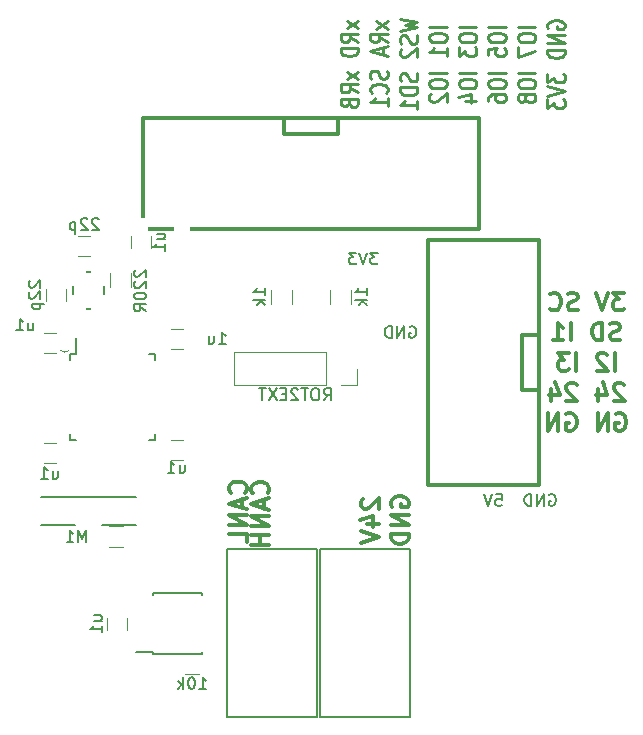
<source format=gbr>
G04 #@! TF.FileFunction,Legend,Bot*
%FSLAX46Y46*%
G04 Gerber Fmt 4.6, Leading zero omitted, Abs format (unit mm)*
G04 Created by KiCad (PCBNEW 4.0.5) date 03/20/17 17:49:22*
%MOMM*%
%LPD*%
G01*
G04 APERTURE LIST*
%ADD10C,0.100000*%
%ADD11C,0.250000*%
%ADD12C,0.300000*%
%ADD13C,0.304800*%
%ADD14C,0.299720*%
%ADD15C,0.120000*%
%ADD16C,0.150000*%
%ADD17C,1.397000*%
%ADD18O,1.500000X2.000000*%
%ADD19R,1.500000X2.000000*%
%ADD20O,2.000000X1.500000*%
%ADD21R,2.000000X1.500000*%
%ADD22R,1.500000X1.250000*%
%ADD23R,1.250000X1.500000*%
%ADD24R,1.500000X1.300000*%
%ADD25R,1.300000X1.500000*%
%ADD26C,1.600000*%
%ADD27C,3.000000*%
%ADD28R,0.300000X2.000000*%
%ADD29R,2.000000X0.300000*%
%ADD30R,2.200000X0.600000*%
%ADD31O,1.501140X1.998980*%
%ADD32C,3.500120*%
%ADD33C,0.950000*%
%ADD34O,1.000000X2.200000*%
%ADD35R,1.200000X2.000000*%
%ADD36O,2.200000X1.000000*%
%ADD37R,1.700000X1.700000*%
%ADD38O,1.700000X1.700000*%
%ADD39R,3.000000X3.000000*%
G04 APERTURE END LIST*
D10*
D11*
X154020571Y-65684857D02*
X153020571Y-66313428D01*
X153020571Y-65684857D02*
X154020571Y-66313428D01*
X154020571Y-67456286D02*
X153306286Y-67056286D01*
X154020571Y-66770571D02*
X152520571Y-66770571D01*
X152520571Y-67227714D01*
X152592000Y-67342000D01*
X152663429Y-67399143D01*
X152806286Y-67456286D01*
X153020571Y-67456286D01*
X153163429Y-67399143D01*
X153234857Y-67342000D01*
X153306286Y-67227714D01*
X153306286Y-66770571D01*
X154020571Y-67970571D02*
X152520571Y-67970571D01*
X152520571Y-68256286D01*
X152592000Y-68427714D01*
X152734857Y-68542000D01*
X152877714Y-68599143D01*
X153163429Y-68656286D01*
X153377714Y-68656286D01*
X153663429Y-68599143D01*
X153806286Y-68542000D01*
X153949143Y-68427714D01*
X154020571Y-68256286D01*
X154020571Y-67970571D01*
X154020571Y-69970572D02*
X153020571Y-70599143D01*
X153020571Y-69970572D02*
X154020571Y-70599143D01*
X154020571Y-71742001D02*
X153306286Y-71342001D01*
X154020571Y-71056286D02*
X152520571Y-71056286D01*
X152520571Y-71513429D01*
X152592000Y-71627715D01*
X152663429Y-71684858D01*
X152806286Y-71742001D01*
X153020571Y-71742001D01*
X153163429Y-71684858D01*
X153234857Y-71627715D01*
X153306286Y-71513429D01*
X153306286Y-71056286D01*
X153234857Y-72656286D02*
X153306286Y-72827715D01*
X153377714Y-72884858D01*
X153520571Y-72942001D01*
X153734857Y-72942001D01*
X153877714Y-72884858D01*
X153949143Y-72827715D01*
X154020571Y-72713429D01*
X154020571Y-72256286D01*
X152520571Y-72256286D01*
X152520571Y-72656286D01*
X152592000Y-72770572D01*
X152663429Y-72827715D01*
X152806286Y-72884858D01*
X152949143Y-72884858D01*
X153092000Y-72827715D01*
X153163429Y-72770572D01*
X153234857Y-72656286D01*
X153234857Y-72256286D01*
X156520571Y-65713429D02*
X155520571Y-66342000D01*
X155520571Y-65713429D02*
X156520571Y-66342000D01*
X156520571Y-67484858D02*
X155806286Y-67084858D01*
X156520571Y-66799143D02*
X155020571Y-66799143D01*
X155020571Y-67256286D01*
X155092000Y-67370572D01*
X155163429Y-67427715D01*
X155306286Y-67484858D01*
X155520571Y-67484858D01*
X155663429Y-67427715D01*
X155734857Y-67370572D01*
X155806286Y-67256286D01*
X155806286Y-66799143D01*
X156092000Y-67942000D02*
X156092000Y-68513429D01*
X156520571Y-67827715D02*
X155020571Y-68227715D01*
X156520571Y-68627715D01*
X156449143Y-69884857D02*
X156520571Y-70056286D01*
X156520571Y-70342000D01*
X156449143Y-70456286D01*
X156377714Y-70513429D01*
X156234857Y-70570572D01*
X156092000Y-70570572D01*
X155949143Y-70513429D01*
X155877714Y-70456286D01*
X155806286Y-70342000D01*
X155734857Y-70113429D01*
X155663429Y-69999143D01*
X155592000Y-69942000D01*
X155449143Y-69884857D01*
X155306286Y-69884857D01*
X155163429Y-69942000D01*
X155092000Y-69999143D01*
X155020571Y-70113429D01*
X155020571Y-70399143D01*
X155092000Y-70570572D01*
X156377714Y-71770572D02*
X156449143Y-71713429D01*
X156520571Y-71542000D01*
X156520571Y-71427714D01*
X156449143Y-71256286D01*
X156306286Y-71142000D01*
X156163429Y-71084857D01*
X155877714Y-71027714D01*
X155663429Y-71027714D01*
X155377714Y-71084857D01*
X155234857Y-71142000D01*
X155092000Y-71256286D01*
X155020571Y-71427714D01*
X155020571Y-71542000D01*
X155092000Y-71713429D01*
X155163429Y-71770572D01*
X156520571Y-72913429D02*
X156520571Y-72227714D01*
X156520571Y-72570572D02*
X155020571Y-72570572D01*
X155234857Y-72456286D01*
X155377714Y-72342000D01*
X155449143Y-72227714D01*
X157520571Y-65484858D02*
X159020571Y-65770572D01*
X157949143Y-65999143D01*
X159020571Y-66227715D01*
X157520571Y-66513429D01*
X158949143Y-66913429D02*
X159020571Y-67084858D01*
X159020571Y-67370572D01*
X158949143Y-67484858D01*
X158877714Y-67542001D01*
X158734857Y-67599144D01*
X158592000Y-67599144D01*
X158449143Y-67542001D01*
X158377714Y-67484858D01*
X158306286Y-67370572D01*
X158234857Y-67142001D01*
X158163429Y-67027715D01*
X158092000Y-66970572D01*
X157949143Y-66913429D01*
X157806286Y-66913429D01*
X157663429Y-66970572D01*
X157592000Y-67027715D01*
X157520571Y-67142001D01*
X157520571Y-67427715D01*
X157592000Y-67599144D01*
X157663429Y-68056286D02*
X157592000Y-68113429D01*
X157520571Y-68227715D01*
X157520571Y-68513429D01*
X157592000Y-68627715D01*
X157663429Y-68684858D01*
X157806286Y-68742001D01*
X157949143Y-68742001D01*
X158163429Y-68684858D01*
X159020571Y-67999144D01*
X159020571Y-68742001D01*
X158949143Y-70113429D02*
X159020571Y-70284858D01*
X159020571Y-70570572D01*
X158949143Y-70684858D01*
X158877714Y-70742001D01*
X158734857Y-70799144D01*
X158592000Y-70799144D01*
X158449143Y-70742001D01*
X158377714Y-70684858D01*
X158306286Y-70570572D01*
X158234857Y-70342001D01*
X158163429Y-70227715D01*
X158092000Y-70170572D01*
X157949143Y-70113429D01*
X157806286Y-70113429D01*
X157663429Y-70170572D01*
X157592000Y-70227715D01*
X157520571Y-70342001D01*
X157520571Y-70627715D01*
X157592000Y-70799144D01*
X159020571Y-71313429D02*
X157520571Y-71313429D01*
X157520571Y-71599144D01*
X157592000Y-71770572D01*
X157734857Y-71884858D01*
X157877714Y-71942001D01*
X158163429Y-71999144D01*
X158377714Y-71999144D01*
X158663429Y-71942001D01*
X158806286Y-71884858D01*
X158949143Y-71770572D01*
X159020571Y-71599144D01*
X159020571Y-71313429D01*
X159020571Y-73142001D02*
X159020571Y-72456286D01*
X159020571Y-72799144D02*
X157520571Y-72799144D01*
X157734857Y-72684858D01*
X157877714Y-72570572D01*
X157949143Y-72456286D01*
X161520571Y-66199142D02*
X160020571Y-66199142D01*
X160020571Y-66999143D02*
X160020571Y-67227714D01*
X160092000Y-67342000D01*
X160234857Y-67456286D01*
X160520571Y-67513428D01*
X161020571Y-67513428D01*
X161306286Y-67456286D01*
X161449143Y-67342000D01*
X161520571Y-67227714D01*
X161520571Y-66999143D01*
X161449143Y-66884857D01*
X161306286Y-66770571D01*
X161020571Y-66713428D01*
X160520571Y-66713428D01*
X160234857Y-66770571D01*
X160092000Y-66884857D01*
X160020571Y-66999143D01*
X161520571Y-68656286D02*
X161520571Y-67970571D01*
X161520571Y-68313429D02*
X160020571Y-68313429D01*
X160234857Y-68199143D01*
X160377714Y-68084857D01*
X160449143Y-67970571D01*
X161520571Y-70084857D02*
X160020571Y-70084857D01*
X160020571Y-70884858D02*
X160020571Y-71113429D01*
X160092000Y-71227715D01*
X160234857Y-71342001D01*
X160520571Y-71399143D01*
X161020571Y-71399143D01*
X161306286Y-71342001D01*
X161449143Y-71227715D01*
X161520571Y-71113429D01*
X161520571Y-70884858D01*
X161449143Y-70770572D01*
X161306286Y-70656286D01*
X161020571Y-70599143D01*
X160520571Y-70599143D01*
X160234857Y-70656286D01*
X160092000Y-70770572D01*
X160020571Y-70884858D01*
X160163429Y-71856286D02*
X160092000Y-71913429D01*
X160020571Y-72027715D01*
X160020571Y-72313429D01*
X160092000Y-72427715D01*
X160163429Y-72484858D01*
X160306286Y-72542001D01*
X160449143Y-72542001D01*
X160663429Y-72484858D01*
X161520571Y-71799144D01*
X161520571Y-72542001D01*
X164020571Y-66199142D02*
X162520571Y-66199142D01*
X162520571Y-66999143D02*
X162520571Y-67227714D01*
X162592000Y-67342000D01*
X162734857Y-67456286D01*
X163020571Y-67513428D01*
X163520571Y-67513428D01*
X163806286Y-67456286D01*
X163949143Y-67342000D01*
X164020571Y-67227714D01*
X164020571Y-66999143D01*
X163949143Y-66884857D01*
X163806286Y-66770571D01*
X163520571Y-66713428D01*
X163020571Y-66713428D01*
X162734857Y-66770571D01*
X162592000Y-66884857D01*
X162520571Y-66999143D01*
X162520571Y-67913429D02*
X162520571Y-68656286D01*
X163092000Y-68256286D01*
X163092000Y-68427714D01*
X163163429Y-68542000D01*
X163234857Y-68599143D01*
X163377714Y-68656286D01*
X163734857Y-68656286D01*
X163877714Y-68599143D01*
X163949143Y-68542000D01*
X164020571Y-68427714D01*
X164020571Y-68084857D01*
X163949143Y-67970571D01*
X163877714Y-67913429D01*
X164020571Y-70084857D02*
X162520571Y-70084857D01*
X162520571Y-70884858D02*
X162520571Y-71113429D01*
X162592000Y-71227715D01*
X162734857Y-71342001D01*
X163020571Y-71399143D01*
X163520571Y-71399143D01*
X163806286Y-71342001D01*
X163949143Y-71227715D01*
X164020571Y-71113429D01*
X164020571Y-70884858D01*
X163949143Y-70770572D01*
X163806286Y-70656286D01*
X163520571Y-70599143D01*
X163020571Y-70599143D01*
X162734857Y-70656286D01*
X162592000Y-70770572D01*
X162520571Y-70884858D01*
X163020571Y-72427715D02*
X164020571Y-72427715D01*
X162449143Y-72142001D02*
X163520571Y-71856286D01*
X163520571Y-72599144D01*
X166520571Y-66199142D02*
X165020571Y-66199142D01*
X165020571Y-66999143D02*
X165020571Y-67227714D01*
X165092000Y-67342000D01*
X165234857Y-67456286D01*
X165520571Y-67513428D01*
X166020571Y-67513428D01*
X166306286Y-67456286D01*
X166449143Y-67342000D01*
X166520571Y-67227714D01*
X166520571Y-66999143D01*
X166449143Y-66884857D01*
X166306286Y-66770571D01*
X166020571Y-66713428D01*
X165520571Y-66713428D01*
X165234857Y-66770571D01*
X165092000Y-66884857D01*
X165020571Y-66999143D01*
X165020571Y-68599143D02*
X165020571Y-68027714D01*
X165734857Y-67970571D01*
X165663429Y-68027714D01*
X165592000Y-68142000D01*
X165592000Y-68427714D01*
X165663429Y-68542000D01*
X165734857Y-68599143D01*
X165877714Y-68656286D01*
X166234857Y-68656286D01*
X166377714Y-68599143D01*
X166449143Y-68542000D01*
X166520571Y-68427714D01*
X166520571Y-68142000D01*
X166449143Y-68027714D01*
X166377714Y-67970571D01*
X166520571Y-70084857D02*
X165020571Y-70084857D01*
X165020571Y-70884858D02*
X165020571Y-71113429D01*
X165092000Y-71227715D01*
X165234857Y-71342001D01*
X165520571Y-71399143D01*
X166020571Y-71399143D01*
X166306286Y-71342001D01*
X166449143Y-71227715D01*
X166520571Y-71113429D01*
X166520571Y-70884858D01*
X166449143Y-70770572D01*
X166306286Y-70656286D01*
X166020571Y-70599143D01*
X165520571Y-70599143D01*
X165234857Y-70656286D01*
X165092000Y-70770572D01*
X165020571Y-70884858D01*
X165020571Y-72427715D02*
X165020571Y-72199144D01*
X165092000Y-72084858D01*
X165163429Y-72027715D01*
X165377714Y-71913429D01*
X165663429Y-71856286D01*
X166234857Y-71856286D01*
X166377714Y-71913429D01*
X166449143Y-71970572D01*
X166520571Y-72084858D01*
X166520571Y-72313429D01*
X166449143Y-72427715D01*
X166377714Y-72484858D01*
X166234857Y-72542001D01*
X165877714Y-72542001D01*
X165734857Y-72484858D01*
X165663429Y-72427715D01*
X165592000Y-72313429D01*
X165592000Y-72084858D01*
X165663429Y-71970572D01*
X165734857Y-71913429D01*
X165877714Y-71856286D01*
X169020571Y-66199142D02*
X167520571Y-66199142D01*
X167520571Y-66999143D02*
X167520571Y-67227714D01*
X167592000Y-67342000D01*
X167734857Y-67456286D01*
X168020571Y-67513428D01*
X168520571Y-67513428D01*
X168806286Y-67456286D01*
X168949143Y-67342000D01*
X169020571Y-67227714D01*
X169020571Y-66999143D01*
X168949143Y-66884857D01*
X168806286Y-66770571D01*
X168520571Y-66713428D01*
X168020571Y-66713428D01*
X167734857Y-66770571D01*
X167592000Y-66884857D01*
X167520571Y-66999143D01*
X167520571Y-67913429D02*
X167520571Y-68713429D01*
X169020571Y-68199143D01*
X169020571Y-70084857D02*
X167520571Y-70084857D01*
X167520571Y-70884858D02*
X167520571Y-71113429D01*
X167592000Y-71227715D01*
X167734857Y-71342001D01*
X168020571Y-71399143D01*
X168520571Y-71399143D01*
X168806286Y-71342001D01*
X168949143Y-71227715D01*
X169020571Y-71113429D01*
X169020571Y-70884858D01*
X168949143Y-70770572D01*
X168806286Y-70656286D01*
X168520571Y-70599143D01*
X168020571Y-70599143D01*
X167734857Y-70656286D01*
X167592000Y-70770572D01*
X167520571Y-70884858D01*
X168163429Y-72084858D02*
X168092000Y-71970572D01*
X168020571Y-71913429D01*
X167877714Y-71856286D01*
X167806286Y-71856286D01*
X167663429Y-71913429D01*
X167592000Y-71970572D01*
X167520571Y-72084858D01*
X167520571Y-72313429D01*
X167592000Y-72427715D01*
X167663429Y-72484858D01*
X167806286Y-72542001D01*
X167877714Y-72542001D01*
X168020571Y-72484858D01*
X168092000Y-72427715D01*
X168163429Y-72313429D01*
X168163429Y-72084858D01*
X168234857Y-71970572D01*
X168306286Y-71913429D01*
X168449143Y-71856286D01*
X168734857Y-71856286D01*
X168877714Y-71913429D01*
X168949143Y-71970572D01*
X169020571Y-72084858D01*
X169020571Y-72313429D01*
X168949143Y-72427715D01*
X168877714Y-72484858D01*
X168734857Y-72542001D01*
X168449143Y-72542001D01*
X168306286Y-72484858D01*
X168234857Y-72427715D01*
X168163429Y-72313429D01*
X170092000Y-66313429D02*
X170020571Y-66199143D01*
X170020571Y-66027714D01*
X170092000Y-65856286D01*
X170234857Y-65742000D01*
X170377714Y-65684857D01*
X170663429Y-65627714D01*
X170877714Y-65627714D01*
X171163429Y-65684857D01*
X171306286Y-65742000D01*
X171449143Y-65856286D01*
X171520571Y-66027714D01*
X171520571Y-66142000D01*
X171449143Y-66313429D01*
X171377714Y-66370572D01*
X170877714Y-66370572D01*
X170877714Y-66142000D01*
X171520571Y-66884857D02*
X170020571Y-66884857D01*
X171520571Y-67570572D01*
X170020571Y-67570572D01*
X171520571Y-68142000D02*
X170020571Y-68142000D01*
X170020571Y-68427715D01*
X170092000Y-68599143D01*
X170234857Y-68713429D01*
X170377714Y-68770572D01*
X170663429Y-68827715D01*
X170877714Y-68827715D01*
X171163429Y-68770572D01*
X171306286Y-68713429D01*
X171449143Y-68599143D01*
X171520571Y-68427715D01*
X171520571Y-68142000D01*
X170020571Y-70142001D02*
X170020571Y-70884858D01*
X170592000Y-70484858D01*
X170592000Y-70656286D01*
X170663429Y-70770572D01*
X170734857Y-70827715D01*
X170877714Y-70884858D01*
X171234857Y-70884858D01*
X171377714Y-70827715D01*
X171449143Y-70770572D01*
X171520571Y-70656286D01*
X171520571Y-70313429D01*
X171449143Y-70199143D01*
X171377714Y-70142001D01*
X170020571Y-71227715D02*
X171520571Y-71627715D01*
X170020571Y-72027715D01*
X170020571Y-72313429D02*
X170020571Y-73056286D01*
X170592000Y-72656286D01*
X170592000Y-72827714D01*
X170663429Y-72942000D01*
X170734857Y-72999143D01*
X170877714Y-73056286D01*
X171234857Y-73056286D01*
X171377714Y-72999143D01*
X171449143Y-72942000D01*
X171520571Y-72827714D01*
X171520571Y-72484857D01*
X171449143Y-72370571D01*
X171377714Y-72313429D01*
D12*
X176533570Y-88693571D02*
X175604999Y-88693571D01*
X176104999Y-89265000D01*
X175890713Y-89265000D01*
X175747856Y-89336429D01*
X175676427Y-89407857D01*
X175604999Y-89550714D01*
X175604999Y-89907857D01*
X175676427Y-90050714D01*
X175747856Y-90122143D01*
X175890713Y-90193571D01*
X176319285Y-90193571D01*
X176462142Y-90122143D01*
X176533570Y-90050714D01*
X175176428Y-88693571D02*
X174676428Y-90193571D01*
X174176428Y-88693571D01*
X172605000Y-90122143D02*
X172390714Y-90193571D01*
X172033571Y-90193571D01*
X171890714Y-90122143D01*
X171819285Y-90050714D01*
X171747857Y-89907857D01*
X171747857Y-89765000D01*
X171819285Y-89622143D01*
X171890714Y-89550714D01*
X172033571Y-89479286D01*
X172319285Y-89407857D01*
X172462143Y-89336429D01*
X172533571Y-89265000D01*
X172605000Y-89122143D01*
X172605000Y-88979286D01*
X172533571Y-88836429D01*
X172462143Y-88765000D01*
X172319285Y-88693571D01*
X171962143Y-88693571D01*
X171747857Y-88765000D01*
X170247857Y-90050714D02*
X170319286Y-90122143D01*
X170533572Y-90193571D01*
X170676429Y-90193571D01*
X170890714Y-90122143D01*
X171033572Y-89979286D01*
X171105000Y-89836429D01*
X171176429Y-89550714D01*
X171176429Y-89336429D01*
X171105000Y-89050714D01*
X171033572Y-88907857D01*
X170890714Y-88765000D01*
X170676429Y-88693571D01*
X170533572Y-88693571D01*
X170319286Y-88765000D01*
X170247857Y-88836429D01*
X176176428Y-92672143D02*
X175962142Y-92743571D01*
X175604999Y-92743571D01*
X175462142Y-92672143D01*
X175390713Y-92600714D01*
X175319285Y-92457857D01*
X175319285Y-92315000D01*
X175390713Y-92172143D01*
X175462142Y-92100714D01*
X175604999Y-92029286D01*
X175890713Y-91957857D01*
X176033571Y-91886429D01*
X176104999Y-91815000D01*
X176176428Y-91672143D01*
X176176428Y-91529286D01*
X176104999Y-91386429D01*
X176033571Y-91315000D01*
X175890713Y-91243571D01*
X175533571Y-91243571D01*
X175319285Y-91315000D01*
X174676428Y-92743571D02*
X174676428Y-91243571D01*
X174319285Y-91243571D01*
X174105000Y-91315000D01*
X173962142Y-91457857D01*
X173890714Y-91600714D01*
X173819285Y-91886429D01*
X173819285Y-92100714D01*
X173890714Y-92386429D01*
X173962142Y-92529286D01*
X174105000Y-92672143D01*
X174319285Y-92743571D01*
X174676428Y-92743571D01*
X172033571Y-92743571D02*
X172033571Y-91243571D01*
X170533571Y-92743571D02*
X171390714Y-92743571D01*
X170962142Y-92743571D02*
X170962142Y-91243571D01*
X171104999Y-91457857D01*
X171247857Y-91600714D01*
X171390714Y-91672143D01*
X175712142Y-95293571D02*
X175712142Y-93793571D01*
X175069285Y-93936429D02*
X174997856Y-93865000D01*
X174854999Y-93793571D01*
X174497856Y-93793571D01*
X174354999Y-93865000D01*
X174283570Y-93936429D01*
X174212142Y-94079286D01*
X174212142Y-94222143D01*
X174283570Y-94436429D01*
X175140713Y-95293571D01*
X174212142Y-95293571D01*
X172426428Y-95293571D02*
X172426428Y-93793571D01*
X171854999Y-93793571D02*
X170926428Y-93793571D01*
X171426428Y-94365000D01*
X171212142Y-94365000D01*
X171069285Y-94436429D01*
X170997856Y-94507857D01*
X170926428Y-94650714D01*
X170926428Y-95007857D01*
X170997856Y-95150714D01*
X171069285Y-95222143D01*
X171212142Y-95293571D01*
X171640714Y-95293571D01*
X171783571Y-95222143D01*
X171854999Y-95150714D01*
X176497856Y-96486429D02*
X176426427Y-96415000D01*
X176283570Y-96343571D01*
X175926427Y-96343571D01*
X175783570Y-96415000D01*
X175712141Y-96486429D01*
X175640713Y-96629286D01*
X175640713Y-96772143D01*
X175712141Y-96986429D01*
X176569284Y-97843571D01*
X175640713Y-97843571D01*
X174354999Y-96843571D02*
X174354999Y-97843571D01*
X174712142Y-96272143D02*
X175069285Y-97343571D01*
X174140713Y-97343571D01*
X172497857Y-96486429D02*
X172426428Y-96415000D01*
X172283571Y-96343571D01*
X171926428Y-96343571D01*
X171783571Y-96415000D01*
X171712142Y-96486429D01*
X171640714Y-96629286D01*
X171640714Y-96772143D01*
X171712142Y-96986429D01*
X172569285Y-97843571D01*
X171640714Y-97843571D01*
X170355000Y-96843571D02*
X170355000Y-97843571D01*
X170712143Y-96272143D02*
X171069286Y-97343571D01*
X170140714Y-97343571D01*
X175855000Y-98965000D02*
X175997857Y-98893571D01*
X176212143Y-98893571D01*
X176426428Y-98965000D01*
X176569286Y-99107857D01*
X176640714Y-99250714D01*
X176712143Y-99536429D01*
X176712143Y-99750714D01*
X176640714Y-100036429D01*
X176569286Y-100179286D01*
X176426428Y-100322143D01*
X176212143Y-100393571D01*
X176069286Y-100393571D01*
X175855000Y-100322143D01*
X175783571Y-100250714D01*
X175783571Y-99750714D01*
X176069286Y-99750714D01*
X175140714Y-100393571D02*
X175140714Y-98893571D01*
X174283571Y-100393571D01*
X174283571Y-98893571D01*
X171640714Y-98965000D02*
X171783571Y-98893571D01*
X171997857Y-98893571D01*
X172212142Y-98965000D01*
X172355000Y-99107857D01*
X172426428Y-99250714D01*
X172497857Y-99536429D01*
X172497857Y-99750714D01*
X172426428Y-100036429D01*
X172355000Y-100179286D01*
X172212142Y-100322143D01*
X171997857Y-100393571D01*
X171855000Y-100393571D01*
X171640714Y-100322143D01*
X171569285Y-100250714D01*
X171569285Y-99750714D01*
X171855000Y-99750714D01*
X170926428Y-100393571D02*
X170926428Y-98893571D01*
X170069285Y-100393571D01*
X170069285Y-98893571D01*
X146331714Y-105692000D02*
X146403143Y-105620571D01*
X146474571Y-105406285D01*
X146474571Y-105263428D01*
X146403143Y-105049143D01*
X146260286Y-104906285D01*
X146117429Y-104834857D01*
X145831714Y-104763428D01*
X145617429Y-104763428D01*
X145331714Y-104834857D01*
X145188857Y-104906285D01*
X145046000Y-105049143D01*
X144974571Y-105263428D01*
X144974571Y-105406285D01*
X145046000Y-105620571D01*
X145117429Y-105692000D01*
X146046000Y-106263428D02*
X146046000Y-106977714D01*
X146474571Y-106120571D02*
X144974571Y-106620571D01*
X146474571Y-107120571D01*
X146474571Y-107620571D02*
X144974571Y-107620571D01*
X146474571Y-108477714D01*
X144974571Y-108477714D01*
X146474571Y-109192000D02*
X144974571Y-109192000D01*
X145688857Y-109192000D02*
X145688857Y-110049143D01*
X146474571Y-110049143D02*
X144974571Y-110049143D01*
X144426714Y-105616572D02*
X144498143Y-105545143D01*
X144569571Y-105330857D01*
X144569571Y-105188000D01*
X144498143Y-104973715D01*
X144355286Y-104830857D01*
X144212429Y-104759429D01*
X143926714Y-104688000D01*
X143712429Y-104688000D01*
X143426714Y-104759429D01*
X143283857Y-104830857D01*
X143141000Y-104973715D01*
X143069571Y-105188000D01*
X143069571Y-105330857D01*
X143141000Y-105545143D01*
X143212429Y-105616572D01*
X144141000Y-106188000D02*
X144141000Y-106902286D01*
X144569571Y-106045143D02*
X143069571Y-106545143D01*
X144569571Y-107045143D01*
X144569571Y-107545143D02*
X143069571Y-107545143D01*
X144569571Y-108402286D01*
X143069571Y-108402286D01*
X144569571Y-109830858D02*
X144569571Y-109116572D01*
X143069571Y-109116572D01*
X154388429Y-106164286D02*
X154317000Y-106235715D01*
X154245571Y-106378572D01*
X154245571Y-106735715D01*
X154317000Y-106878572D01*
X154388429Y-106950001D01*
X154531286Y-107021429D01*
X154674143Y-107021429D01*
X154888429Y-106950001D01*
X155745571Y-106092858D01*
X155745571Y-107021429D01*
X154745571Y-108307143D02*
X155745571Y-108307143D01*
X154174143Y-107950000D02*
X155245571Y-107592857D01*
X155245571Y-108521429D01*
X154245571Y-108878571D02*
X155745571Y-109378571D01*
X154245571Y-109878571D01*
X156857000Y-106807143D02*
X156785571Y-106664286D01*
X156785571Y-106450000D01*
X156857000Y-106235715D01*
X156999857Y-106092857D01*
X157142714Y-106021429D01*
X157428429Y-105950000D01*
X157642714Y-105950000D01*
X157928429Y-106021429D01*
X158071286Y-106092857D01*
X158214143Y-106235715D01*
X158285571Y-106450000D01*
X158285571Y-106592857D01*
X158214143Y-106807143D01*
X158142714Y-106878572D01*
X157642714Y-106878572D01*
X157642714Y-106592857D01*
X158285571Y-107521429D02*
X156785571Y-107521429D01*
X158285571Y-108378572D01*
X156785571Y-108378572D01*
X158285571Y-109092858D02*
X156785571Y-109092858D01*
X156785571Y-109450001D01*
X156857000Y-109664286D01*
X156999857Y-109807144D01*
X157142714Y-109878572D01*
X157428429Y-109950001D01*
X157642714Y-109950001D01*
X157928429Y-109878572D01*
X158071286Y-109807144D01*
X158214143Y-109664286D01*
X158285571Y-109450001D01*
X158285571Y-109092858D01*
D13*
X135800000Y-73900000D02*
X164200000Y-73900000D01*
X164200000Y-83300000D02*
X135800000Y-83300000D01*
X135800000Y-83300000D02*
X135800000Y-73900000D01*
X164200000Y-83300000D02*
X164200000Y-73900000D01*
D14*
X152300000Y-73900000D02*
X152300000Y-75300000D01*
X152300000Y-75300000D02*
X147700000Y-75300000D01*
X147700000Y-75300000D02*
X147700000Y-73900000D01*
D13*
X169300000Y-84200000D02*
X169300000Y-105000000D01*
X159900000Y-105000000D02*
X159900000Y-84200000D01*
X159900000Y-84200000D02*
X169300000Y-84200000D01*
X159900000Y-105000000D02*
X169300000Y-105000000D01*
D14*
X169300000Y-96900000D02*
X167900000Y-96900000D01*
X167900000Y-96900000D02*
X167900000Y-92300000D01*
X167900000Y-92300000D02*
X169300000Y-92300000D01*
D15*
X130310000Y-83859000D02*
X131310000Y-83859000D01*
X131310000Y-85559000D02*
X130310000Y-85559000D01*
X136450000Y-83900000D02*
X136450000Y-84900000D01*
X134750000Y-84900000D02*
X134750000Y-83900000D01*
X134454000Y-116213000D02*
X134454000Y-117213000D01*
X132754000Y-117213000D02*
X132754000Y-116213000D01*
X140554000Y-119262000D02*
X139354000Y-119262000D01*
X139354000Y-121022000D02*
X140554000Y-121022000D01*
X148390500Y-89627000D02*
X148390500Y-88427000D01*
X146630500Y-88427000D02*
X146630500Y-89627000D01*
X153407000Y-89627000D02*
X153407000Y-88427000D01*
X151647000Y-88427000D02*
X151647000Y-89627000D01*
D16*
X158369000Y-124333000D02*
X158369000Y-124587000D01*
X158369000Y-124587000D02*
X150749000Y-124587000D01*
X150749000Y-124587000D02*
X150749000Y-124333000D01*
X158369000Y-114300000D02*
X158369000Y-110363000D01*
X158369000Y-110363000D02*
X150749000Y-110363000D01*
X150749000Y-110363000D02*
X150749000Y-124333000D01*
X158369000Y-124333000D02*
X158369000Y-114300000D01*
X150495000Y-124333000D02*
X150495000Y-124587000D01*
X150495000Y-124587000D02*
X142875000Y-124587000D01*
X142875000Y-124587000D02*
X142875000Y-124333000D01*
X150495000Y-114300000D02*
X150495000Y-110363000D01*
X150495000Y-110363000D02*
X142875000Y-110363000D01*
X142875000Y-110363000D02*
X142875000Y-124333000D01*
X150495000Y-124333000D02*
X150495000Y-114300000D01*
D10*
X129667000Y-93218000D02*
G75*
G03X129667000Y-93218000I-508000J0D01*
G01*
D16*
X129598000Y-93911000D02*
X130123000Y-93911000D01*
X129598000Y-101161000D02*
X130123000Y-101161000D01*
X136848000Y-101161000D02*
X136323000Y-101161000D01*
X136848000Y-93911000D02*
X136323000Y-93911000D01*
X129598000Y-93911000D02*
X129598000Y-94436000D01*
X136848000Y-93911000D02*
X136848000Y-94436000D01*
X136848000Y-101161000D02*
X136848000Y-100636000D01*
X129598000Y-101161000D02*
X129598000Y-100636000D01*
X130123000Y-93911000D02*
X130123000Y-92536000D01*
X136609000Y-119288000D02*
X136609000Y-119143000D01*
X140759000Y-119288000D02*
X140759000Y-119143000D01*
X140759000Y-114138000D02*
X140759000Y-114283000D01*
X136609000Y-114138000D02*
X136609000Y-114283000D01*
X136609000Y-119288000D02*
X140759000Y-119288000D01*
X136609000Y-114138000D02*
X140759000Y-114138000D01*
X136609000Y-119143000D02*
X135209000Y-119143000D01*
D15*
X132978000Y-87030000D02*
X132978000Y-88230000D01*
X134738000Y-88230000D02*
X134738000Y-87030000D01*
X129247000Y-88400000D02*
X129247000Y-89400000D01*
X127547000Y-89400000D02*
X127547000Y-88400000D01*
D16*
X135191000Y-108334000D02*
X132341000Y-108334000D01*
X127191000Y-108334000D02*
X130041000Y-108334000D01*
X135191000Y-105984000D02*
X127191000Y-105984000D01*
D15*
X134077000Y-108467000D02*
X132877000Y-108467000D01*
X132877000Y-110227000D02*
X134077000Y-110227000D01*
D16*
X132491000Y-90119000D02*
X132491000Y-86919000D01*
X132491000Y-86919000D02*
X129891000Y-86919000D01*
X129891000Y-86919000D02*
X129891000Y-90119000D01*
X129891000Y-90119000D02*
X132491000Y-90119000D01*
D15*
X127389000Y-101385000D02*
X128389000Y-101385000D01*
X128389000Y-103085000D02*
X127389000Y-103085000D01*
X127389000Y-92114000D02*
X128389000Y-92114000D01*
X128389000Y-93814000D02*
X127389000Y-93814000D01*
X139184000Y-102831000D02*
X138184000Y-102831000D01*
X138184000Y-101131000D02*
X139184000Y-101131000D01*
X139184000Y-93433000D02*
X138184000Y-93433000D01*
X138184000Y-91733000D02*
X139184000Y-91733000D01*
X151257000Y-96513000D02*
X143517000Y-96513000D01*
X143517000Y-96513000D02*
X143517000Y-93733000D01*
X143517000Y-93733000D02*
X151257000Y-93733000D01*
X151257000Y-93733000D02*
X151257000Y-96513000D01*
X152527000Y-96513000D02*
X153917000Y-96513000D01*
X153917000Y-96513000D02*
X153917000Y-95123000D01*
D16*
X132024286Y-82478619D02*
X131976667Y-82431000D01*
X131881429Y-82383381D01*
X131643333Y-82383381D01*
X131548095Y-82431000D01*
X131500476Y-82478619D01*
X131452857Y-82573857D01*
X131452857Y-82669095D01*
X131500476Y-82811952D01*
X132071905Y-83383381D01*
X131452857Y-83383381D01*
X131071905Y-82478619D02*
X131024286Y-82431000D01*
X130929048Y-82383381D01*
X130690952Y-82383381D01*
X130595714Y-82431000D01*
X130548095Y-82478619D01*
X130500476Y-82573857D01*
X130500476Y-82669095D01*
X130548095Y-82811952D01*
X131119524Y-83383381D01*
X130500476Y-83383381D01*
X130071905Y-82716714D02*
X130071905Y-83716714D01*
X130071905Y-82764333D02*
X129976667Y-82716714D01*
X129786190Y-82716714D01*
X129690952Y-82764333D01*
X129643333Y-82811952D01*
X129595714Y-82907190D01*
X129595714Y-83192905D01*
X129643333Y-83288143D01*
X129690952Y-83335762D01*
X129786190Y-83383381D01*
X129976667Y-83383381D01*
X130071905Y-83335762D01*
X136945714Y-84129596D02*
X137612381Y-84129596D01*
X136945714Y-83701024D02*
X137469524Y-83701024D01*
X137564762Y-83748643D01*
X137612381Y-83843881D01*
X137612381Y-83986739D01*
X137564762Y-84081977D01*
X137517143Y-84129596D01*
X137612381Y-85129596D02*
X137612381Y-84558167D01*
X137612381Y-84843881D02*
X136612381Y-84843881D01*
X136755238Y-84748643D01*
X136850476Y-84653405D01*
X136898095Y-84558167D01*
X131639714Y-116451096D02*
X132306381Y-116451096D01*
X131639714Y-116022524D02*
X132163524Y-116022524D01*
X132258762Y-116070143D01*
X132306381Y-116165381D01*
X132306381Y-116308239D01*
X132258762Y-116403477D01*
X132211143Y-116451096D01*
X132306381Y-117451096D02*
X132306381Y-116879667D01*
X132306381Y-117165381D02*
X131306381Y-117165381D01*
X131449238Y-117070143D01*
X131544476Y-116974905D01*
X131592095Y-116879667D01*
X140549238Y-122245381D02*
X141120667Y-122245381D01*
X140834953Y-122245381D02*
X140834953Y-121245381D01*
X140930191Y-121388238D01*
X141025429Y-121483476D01*
X141120667Y-121531095D01*
X139930191Y-121245381D02*
X139834952Y-121245381D01*
X139739714Y-121293000D01*
X139692095Y-121340619D01*
X139644476Y-121435857D01*
X139596857Y-121626333D01*
X139596857Y-121864429D01*
X139644476Y-122054905D01*
X139692095Y-122150143D01*
X139739714Y-122197762D01*
X139834952Y-122245381D01*
X139930191Y-122245381D01*
X140025429Y-122197762D01*
X140073048Y-122150143D01*
X140120667Y-122054905D01*
X140168286Y-121864429D01*
X140168286Y-121626333D01*
X140120667Y-121435857D01*
X140073048Y-121340619D01*
X140025429Y-121293000D01*
X139930191Y-121245381D01*
X139168286Y-122245381D02*
X139168286Y-121245381D01*
X139073048Y-121864429D02*
X138787333Y-122245381D01*
X138787333Y-121578714D02*
X139168286Y-121959667D01*
X146121381Y-88907953D02*
X146121381Y-88336524D01*
X146121381Y-88622238D02*
X145121381Y-88622238D01*
X145264238Y-88527000D01*
X145359476Y-88431762D01*
X145407095Y-88336524D01*
X146121381Y-89336524D02*
X145121381Y-89336524D01*
X145740429Y-89431762D02*
X146121381Y-89717477D01*
X145454714Y-89717477D02*
X145835667Y-89336524D01*
X154729381Y-88907953D02*
X154729381Y-88336524D01*
X154729381Y-88622238D02*
X153729381Y-88622238D01*
X153872238Y-88527000D01*
X153967476Y-88431762D01*
X154015095Y-88336524D01*
X154729381Y-89336524D02*
X153729381Y-89336524D01*
X154348429Y-89431762D02*
X154729381Y-89717477D01*
X154062714Y-89717477D02*
X154443667Y-89336524D01*
X155670095Y-85304381D02*
X155051047Y-85304381D01*
X155384381Y-85685333D01*
X155241523Y-85685333D01*
X155146285Y-85732952D01*
X155098666Y-85780571D01*
X155051047Y-85875810D01*
X155051047Y-86113905D01*
X155098666Y-86209143D01*
X155146285Y-86256762D01*
X155241523Y-86304381D01*
X155527238Y-86304381D01*
X155622476Y-86256762D01*
X155670095Y-86209143D01*
X154765333Y-85304381D02*
X154432000Y-86304381D01*
X154098666Y-85304381D01*
X153860571Y-85304381D02*
X153241523Y-85304381D01*
X153574857Y-85685333D01*
X153431999Y-85685333D01*
X153336761Y-85732952D01*
X153289142Y-85780571D01*
X153241523Y-85875810D01*
X153241523Y-86113905D01*
X153289142Y-86209143D01*
X153336761Y-86256762D01*
X153431999Y-86304381D01*
X153717714Y-86304381D01*
X153812952Y-86256762D01*
X153860571Y-86209143D01*
X135120119Y-86780905D02*
X135072500Y-86828524D01*
X135024881Y-86923762D01*
X135024881Y-87161858D01*
X135072500Y-87257096D01*
X135120119Y-87304715D01*
X135215357Y-87352334D01*
X135310595Y-87352334D01*
X135453452Y-87304715D01*
X136024881Y-86733286D01*
X136024881Y-87352334D01*
X135120119Y-87733286D02*
X135072500Y-87780905D01*
X135024881Y-87876143D01*
X135024881Y-88114239D01*
X135072500Y-88209477D01*
X135120119Y-88257096D01*
X135215357Y-88304715D01*
X135310595Y-88304715D01*
X135453452Y-88257096D01*
X136024881Y-87685667D01*
X136024881Y-88304715D01*
X135024881Y-88923762D02*
X135024881Y-89019001D01*
X135072500Y-89114239D01*
X135120119Y-89161858D01*
X135215357Y-89209477D01*
X135405833Y-89257096D01*
X135643929Y-89257096D01*
X135834405Y-89209477D01*
X135929643Y-89161858D01*
X135977262Y-89114239D01*
X136024881Y-89019001D01*
X136024881Y-88923762D01*
X135977262Y-88828524D01*
X135929643Y-88780905D01*
X135834405Y-88733286D01*
X135643929Y-88685667D01*
X135405833Y-88685667D01*
X135215357Y-88733286D01*
X135120119Y-88780905D01*
X135072500Y-88828524D01*
X135024881Y-88923762D01*
X136024881Y-90257096D02*
X135548690Y-89923762D01*
X136024881Y-89685667D02*
X135024881Y-89685667D01*
X135024881Y-90066620D01*
X135072500Y-90161858D01*
X135120119Y-90209477D01*
X135215357Y-90257096D01*
X135358214Y-90257096D01*
X135453452Y-90209477D01*
X135501071Y-90161858D01*
X135548690Y-90066620D01*
X135548690Y-89685667D01*
X126194619Y-87685714D02*
X126147000Y-87733333D01*
X126099381Y-87828571D01*
X126099381Y-88066667D01*
X126147000Y-88161905D01*
X126194619Y-88209524D01*
X126289857Y-88257143D01*
X126385095Y-88257143D01*
X126527952Y-88209524D01*
X127099381Y-87638095D01*
X127099381Y-88257143D01*
X126194619Y-88638095D02*
X126147000Y-88685714D01*
X126099381Y-88780952D01*
X126099381Y-89019048D01*
X126147000Y-89114286D01*
X126194619Y-89161905D01*
X126289857Y-89209524D01*
X126385095Y-89209524D01*
X126527952Y-89161905D01*
X127099381Y-88590476D01*
X127099381Y-89209524D01*
X126432714Y-89638095D02*
X127432714Y-89638095D01*
X126480333Y-89638095D02*
X126432714Y-89733333D01*
X126432714Y-89923810D01*
X126480333Y-90019048D01*
X126527952Y-90066667D01*
X126623190Y-90114286D01*
X126908905Y-90114286D01*
X127004143Y-90066667D01*
X127051762Y-90019048D01*
X127099381Y-89923810D01*
X127099381Y-89733333D01*
X127051762Y-89638095D01*
X130984524Y-109799381D02*
X130984524Y-108799381D01*
X130651190Y-109513667D01*
X130317857Y-108799381D01*
X130317857Y-109799381D01*
X129317857Y-109799381D02*
X129889286Y-109799381D01*
X129603572Y-109799381D02*
X129603572Y-108799381D01*
X129698810Y-108942238D01*
X129794048Y-109037476D01*
X129889286Y-109085095D01*
X128150904Y-103770714D02*
X128150904Y-104437381D01*
X128579476Y-103770714D02*
X128579476Y-104294524D01*
X128531857Y-104389762D01*
X128436619Y-104437381D01*
X128293761Y-104437381D01*
X128198523Y-104389762D01*
X128150904Y-104342143D01*
X127150904Y-104437381D02*
X127722333Y-104437381D01*
X127436619Y-104437381D02*
X127436619Y-103437381D01*
X127531857Y-103580238D01*
X127627095Y-103675476D01*
X127722333Y-103723095D01*
X126055404Y-91225714D02*
X126055404Y-91892381D01*
X126483976Y-91225714D02*
X126483976Y-91749524D01*
X126436357Y-91844762D01*
X126341119Y-91892381D01*
X126198261Y-91892381D01*
X126103023Y-91844762D01*
X126055404Y-91797143D01*
X125055404Y-91892381D02*
X125626833Y-91892381D01*
X125341119Y-91892381D02*
X125341119Y-90892381D01*
X125436357Y-91035238D01*
X125531595Y-91130476D01*
X125626833Y-91178095D01*
X138882404Y-103290714D02*
X138882404Y-103957381D01*
X139310976Y-103290714D02*
X139310976Y-103814524D01*
X139263357Y-103909762D01*
X139168119Y-103957381D01*
X139025261Y-103957381D01*
X138930023Y-103909762D01*
X138882404Y-103862143D01*
X137882404Y-103957381D02*
X138453833Y-103957381D01*
X138168119Y-103957381D02*
X138168119Y-102957381D01*
X138263357Y-103100238D01*
X138358595Y-103195476D01*
X138453833Y-103243095D01*
X142216166Y-93035381D02*
X142787595Y-93035381D01*
X142501881Y-93035381D02*
X142501881Y-92035381D01*
X142597119Y-92178238D01*
X142692357Y-92273476D01*
X142787595Y-92321095D01*
X141359023Y-92368714D02*
X141359023Y-93035381D01*
X141787595Y-92368714D02*
X141787595Y-92892524D01*
X141739976Y-92987762D01*
X141644738Y-93035381D01*
X141501880Y-93035381D01*
X141406642Y-92987762D01*
X141359023Y-92940143D01*
X151097952Y-97797881D02*
X151431286Y-97321690D01*
X151669381Y-97797881D02*
X151669381Y-96797881D01*
X151288428Y-96797881D01*
X151193190Y-96845500D01*
X151145571Y-96893119D01*
X151097952Y-96988357D01*
X151097952Y-97131214D01*
X151145571Y-97226452D01*
X151193190Y-97274071D01*
X151288428Y-97321690D01*
X151669381Y-97321690D01*
X150478905Y-96797881D02*
X150288428Y-96797881D01*
X150193190Y-96845500D01*
X150097952Y-96940738D01*
X150050333Y-97131214D01*
X150050333Y-97464548D01*
X150097952Y-97655024D01*
X150193190Y-97750262D01*
X150288428Y-97797881D01*
X150478905Y-97797881D01*
X150574143Y-97750262D01*
X150669381Y-97655024D01*
X150717000Y-97464548D01*
X150717000Y-97131214D01*
X150669381Y-96940738D01*
X150574143Y-96845500D01*
X150478905Y-96797881D01*
X149764619Y-96797881D02*
X149193190Y-96797881D01*
X149478905Y-97797881D02*
X149478905Y-96797881D01*
X148907476Y-96893119D02*
X148859857Y-96845500D01*
X148764619Y-96797881D01*
X148526523Y-96797881D01*
X148431285Y-96845500D01*
X148383666Y-96893119D01*
X148336047Y-96988357D01*
X148336047Y-97083595D01*
X148383666Y-97226452D01*
X148955095Y-97797881D01*
X148336047Y-97797881D01*
X147907476Y-97274071D02*
X147574142Y-97274071D01*
X147431285Y-97797881D02*
X147907476Y-97797881D01*
X147907476Y-96797881D01*
X147431285Y-96797881D01*
X147097952Y-96797881D02*
X146431285Y-97797881D01*
X146431285Y-96797881D02*
X147097952Y-97797881D01*
X146193190Y-96797881D02*
X145621761Y-96797881D01*
X145907476Y-97797881D02*
X145907476Y-96797881D01*
X170179904Y-105799000D02*
X170275142Y-105751381D01*
X170417999Y-105751381D01*
X170560857Y-105799000D01*
X170656095Y-105894238D01*
X170703714Y-105989476D01*
X170751333Y-106179952D01*
X170751333Y-106322810D01*
X170703714Y-106513286D01*
X170656095Y-106608524D01*
X170560857Y-106703762D01*
X170417999Y-106751381D01*
X170322761Y-106751381D01*
X170179904Y-106703762D01*
X170132285Y-106656143D01*
X170132285Y-106322810D01*
X170322761Y-106322810D01*
X169703714Y-106751381D02*
X169703714Y-105751381D01*
X169132285Y-106751381D01*
X169132285Y-105751381D01*
X168656095Y-106751381D02*
X168656095Y-105751381D01*
X168418000Y-105751381D01*
X168275142Y-105799000D01*
X168179904Y-105894238D01*
X168132285Y-105989476D01*
X168084666Y-106179952D01*
X168084666Y-106322810D01*
X168132285Y-106513286D01*
X168179904Y-106608524D01*
X168275142Y-106703762D01*
X168418000Y-106751381D01*
X168656095Y-106751381D01*
X158368904Y-91575000D02*
X158464142Y-91527381D01*
X158606999Y-91527381D01*
X158749857Y-91575000D01*
X158845095Y-91670238D01*
X158892714Y-91765476D01*
X158940333Y-91955952D01*
X158940333Y-92098810D01*
X158892714Y-92289286D01*
X158845095Y-92384524D01*
X158749857Y-92479762D01*
X158606999Y-92527381D01*
X158511761Y-92527381D01*
X158368904Y-92479762D01*
X158321285Y-92432143D01*
X158321285Y-92098810D01*
X158511761Y-92098810D01*
X157892714Y-92527381D02*
X157892714Y-91527381D01*
X157321285Y-92527381D01*
X157321285Y-91527381D01*
X156845095Y-92527381D02*
X156845095Y-91527381D01*
X156607000Y-91527381D01*
X156464142Y-91575000D01*
X156368904Y-91670238D01*
X156321285Y-91765476D01*
X156273666Y-91955952D01*
X156273666Y-92098810D01*
X156321285Y-92289286D01*
X156368904Y-92384524D01*
X156464142Y-92479762D01*
X156607000Y-92527381D01*
X156845095Y-92527381D01*
X165671476Y-105751381D02*
X166147667Y-105751381D01*
X166195286Y-106227571D01*
X166147667Y-106179952D01*
X166052429Y-106132333D01*
X165814333Y-106132333D01*
X165719095Y-106179952D01*
X165671476Y-106227571D01*
X165623857Y-106322810D01*
X165623857Y-106560905D01*
X165671476Y-106656143D01*
X165719095Y-106703762D01*
X165814333Y-106751381D01*
X166052429Y-106751381D01*
X166147667Y-106703762D01*
X166195286Y-106656143D01*
X165338143Y-105751381D02*
X165004810Y-106751381D01*
X164671476Y-105751381D01*
%LPC*%
D17*
X139065000Y-90805000D03*
X133985000Y-90805000D03*
X139065000Y-83185000D03*
X133985000Y-83185000D03*
D18*
X158890000Y-80120000D03*
X158890000Y-77080000D03*
X156350000Y-77080000D03*
X156350000Y-80120000D03*
X153810000Y-80120000D03*
X153810000Y-77080000D03*
X151270000Y-77080000D03*
X151270000Y-80120000D03*
X148730000Y-80120000D03*
X148730000Y-77080000D03*
D19*
X141110000Y-77080000D03*
D18*
X141110000Y-80120000D03*
X143650000Y-77080000D03*
X143650000Y-80120000D03*
X146190000Y-77080000D03*
X146190000Y-80120000D03*
D20*
X166120000Y-99680000D03*
X163080000Y-99680000D03*
X163080000Y-97140000D03*
X166120000Y-97140000D03*
D21*
X166120000Y-89520000D03*
D20*
X163080000Y-89520000D03*
X166120000Y-92060000D03*
X163080000Y-92060000D03*
X166120000Y-94600000D03*
X163080000Y-94600000D03*
D22*
X132060000Y-84709000D03*
X129560000Y-84709000D03*
D23*
X135600000Y-85650000D03*
X135600000Y-83150000D03*
X133604000Y-117963000D03*
X133604000Y-115463000D03*
D24*
X138604000Y-120142000D03*
X141304000Y-120142000D03*
D25*
X147510500Y-87677000D03*
X147510500Y-90377000D03*
X152527000Y-87677000D03*
X152527000Y-90377000D03*
D26*
X152019000Y-121412000D03*
X152019000Y-116332000D03*
X154559000Y-121412000D03*
X154559000Y-116332000D03*
X144145000Y-121412000D03*
X144145000Y-116332000D03*
X146685000Y-121412000D03*
X146685000Y-116332000D03*
D27*
X157607000Y-85852000D03*
D28*
X130473000Y-92836000D03*
D29*
X137923000Y-94786000D03*
D28*
X135973000Y-102236000D03*
D29*
X128523000Y-100286000D03*
D28*
X130973000Y-92836000D03*
X131473000Y-92836000D03*
X131973000Y-92836000D03*
X132473000Y-92836000D03*
X132973000Y-92836000D03*
X133473000Y-92836000D03*
X133973000Y-92836000D03*
X134473000Y-92836000D03*
X134973000Y-92836000D03*
X135473000Y-92836000D03*
X135973000Y-92836000D03*
D29*
X137923000Y-95286000D03*
X137923000Y-95786000D03*
X137923000Y-96286000D03*
X137923000Y-96786000D03*
X137923000Y-97286000D03*
X137923000Y-97786000D03*
X137923000Y-98286000D03*
X137923000Y-98786000D03*
X137923000Y-99286000D03*
X137923000Y-99786000D03*
X137923000Y-100286000D03*
D28*
X135473000Y-102236000D03*
X134973000Y-102236000D03*
X134473000Y-102236000D03*
X133973000Y-102236000D03*
X133473000Y-102236000D03*
X132973000Y-102236000D03*
X132473000Y-102236000D03*
X131973000Y-102236000D03*
X131473000Y-102236000D03*
X130973000Y-102236000D03*
X130473000Y-102236000D03*
D29*
X128523000Y-99786000D03*
X128523000Y-99286000D03*
X128523000Y-98786000D03*
X128523000Y-98286000D03*
X128523000Y-97786000D03*
X128523000Y-97286000D03*
X128523000Y-96786000D03*
X128523000Y-96286000D03*
X128523000Y-95786000D03*
X128523000Y-95286000D03*
X128523000Y-94786000D03*
D30*
X135684000Y-118618000D03*
X135684000Y-117348000D03*
X135684000Y-116078000D03*
X135684000Y-114808000D03*
X141684000Y-114808000D03*
X141684000Y-116078000D03*
X141684000Y-117348000D03*
X141684000Y-118618000D03*
D31*
X152499360Y-92499380D03*
X150000000Y-92499380D03*
X147500640Y-92499380D03*
D32*
X156200140Y-100000000D03*
X143799860Y-100000000D03*
D31*
X152499360Y-107000240D03*
X147500640Y-107000240D03*
D25*
X133858000Y-88980000D03*
X133858000Y-86280000D03*
D23*
X128397000Y-90150000D03*
X128397000Y-87650000D03*
D33*
X131191000Y-106934000D03*
X132491000Y-106934000D03*
X131841000Y-107934000D03*
X130541000Y-107934000D03*
X129891000Y-106934000D03*
D34*
X127616000Y-107154000D03*
X134766000Y-107154000D03*
D24*
X132127000Y-109347000D03*
X134827000Y-109347000D03*
D35*
X130391000Y-89919000D03*
X130391000Y-87119000D03*
X131991000Y-89919000D03*
X131991000Y-87119000D03*
D22*
X129139000Y-102235000D03*
X126639000Y-102235000D03*
X129139000Y-92964000D03*
X126639000Y-92964000D03*
X137434000Y-101981000D03*
X139934000Y-101981000D03*
X137434000Y-92583000D03*
X139934000Y-92583000D03*
D33*
X136906000Y-109728000D03*
X136906000Y-111028000D03*
X137906000Y-110378000D03*
X137906000Y-109078000D03*
X136906000Y-108428000D03*
D36*
X137126000Y-106153000D03*
X137126000Y-113303000D03*
D37*
X152527000Y-95123000D03*
D38*
X149987000Y-95123000D03*
X147447000Y-95123000D03*
X144907000Y-95123000D03*
D39*
X169418000Y-108966000D03*
X157607000Y-89535000D03*
D27*
X132080000Y-77724000D03*
X165481000Y-108966000D03*
D37*
X133604000Y-112776000D03*
M02*

</source>
